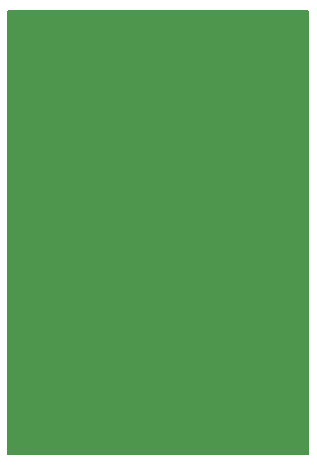
<source format=gbr>
G04 #@! TF.GenerationSoftware,KiCad,Pcbnew,(6.0.0-rc1-dev-205-gc0615c5ef)*
G04 #@! TF.CreationDate,2018-08-06T10:52:03+02:00*
G04 #@! TF.ProjectId,DIODECOVER01B,44494F4445434F5645523031422E6B69,REV*
G04 #@! TF.SameCoordinates,Original*
G04 #@! TF.FileFunction,Soldermask,Bot*
G04 #@! TF.FilePolarity,Negative*
%FSLAX46Y46*%
G04 Gerber Fmt 4.6, Leading zero omitted, Abs format (unit mm)*
G04 Created by KiCad (PCBNEW (6.0.0-rc1-dev-205-gc0615c5ef)) date 08/06/18 10:52:03*
%MOMM*%
%LPD*%
G01*
G04 APERTURE LIST*
%ADD10C,0.150000*%
%ADD11R,1.924000X1.924000*%
%ADD12C,5.400000*%
G04 APERTURE END LIST*
D10*
G36*
X5080000Y39370000D02*
X30480000Y39370000D01*
X30480000Y1905000D01*
X5080000Y1905000D01*
X5080000Y39370000D01*
G37*
X5080000Y39370000D02*
X30480000Y39370000D01*
X30480000Y1905000D01*
X5080000Y1905000D01*
X5080000Y39370000D01*
D11*
G04 #@! TO.C,J1*
X13335000Y3810000D03*
X10795000Y3810000D03*
X8255000Y3810000D03*
G04 #@! TD*
G04 #@! TO.C,J2*
X28575000Y9525000D03*
X28575000Y6985000D03*
X28575000Y4445000D03*
G04 #@! TD*
G04 #@! TO.C,J3*
X28575000Y32385000D03*
X28575000Y34925000D03*
X28575000Y37465000D03*
G04 #@! TD*
D12*
G04 #@! TO.C,D2*
X19050000Y19640000D03*
G04 #@! TD*
M02*

</source>
